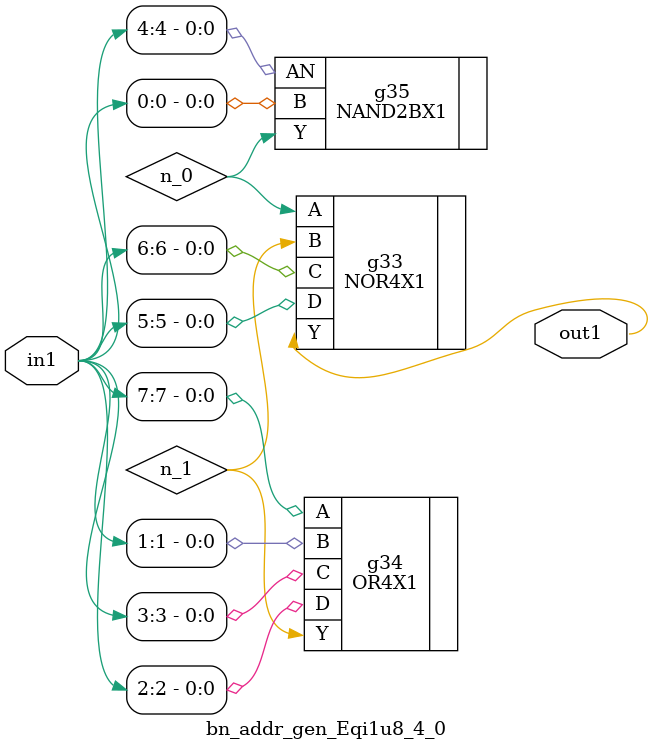
<source format=v>
`timescale 1ps / 1ps


module bn_addr_gen_Eqi1u8_4_0(in1, out1);
  input [7:0] in1;
  output out1;
  wire [7:0] in1;
  wire out1;
  wire n_0, n_1;
  NOR4X1 g33(.A (n_0), .B (n_1), .C (in1[6]), .D (in1[5]), .Y (out1));
  OR4X1 g34(.A (in1[7]), .B (in1[1]), .C (in1[3]), .D (in1[2]), .Y
       (n_1));
  NAND2BX1 g35(.AN (in1[4]), .B (in1[0]), .Y (n_0));
endmodule



</source>
